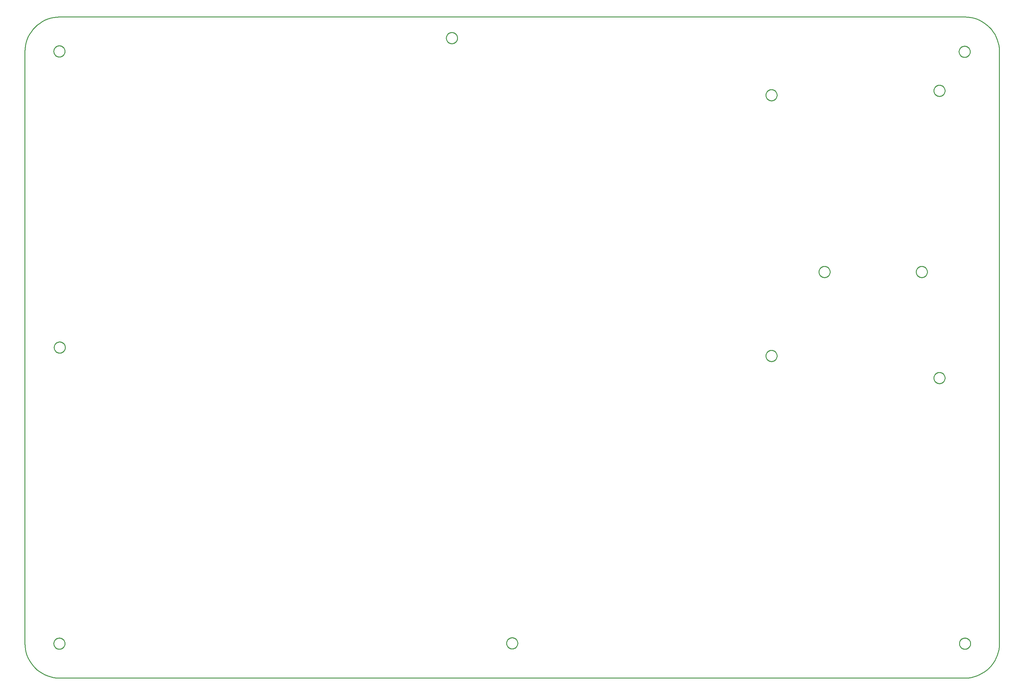
<source format=gbr>
G04 EAGLE Gerber RS-274X export*
G75*
%MOMM*%
%FSLAX34Y34*%
%LPD*%
%IN*%
%IPPOS*%
%AMOC8*
5,1,8,0,0,1.08239X$1,22.5*%
G01*
%ADD10C,0.254000*%


D10*
X0Y100000D02*
X381Y91284D01*
X1519Y82635D01*
X3407Y74118D01*
X6031Y65798D01*
X9369Y57738D01*
X13397Y50000D01*
X18085Y42642D01*
X23396Y35721D01*
X29289Y29289D01*
X35721Y23396D01*
X42642Y18085D01*
X50000Y13397D01*
X57738Y9369D01*
X65798Y6031D01*
X74118Y3407D01*
X82635Y1519D01*
X91284Y381D01*
X100000Y0D01*
X2700000Y0D01*
X2708716Y381D01*
X2717365Y1519D01*
X2725882Y3407D01*
X2734202Y6031D01*
X2742262Y9369D01*
X2750000Y13397D01*
X2757358Y18085D01*
X2764279Y23396D01*
X2770711Y29289D01*
X2776604Y35721D01*
X2781915Y42642D01*
X2786603Y50000D01*
X2790631Y57738D01*
X2793969Y65798D01*
X2796593Y74118D01*
X2798481Y82635D01*
X2799619Y91284D01*
X2800000Y100000D01*
X2800000Y1800000D01*
X2799619Y1808716D01*
X2798481Y1817365D01*
X2796593Y1825882D01*
X2793969Y1834202D01*
X2790631Y1842262D01*
X2786603Y1850000D01*
X2781915Y1857358D01*
X2776604Y1864279D01*
X2770711Y1870711D01*
X2764279Y1876604D01*
X2757358Y1881915D01*
X2750000Y1886603D01*
X2742262Y1890631D01*
X2734202Y1893969D01*
X2725882Y1896593D01*
X2717365Y1898481D01*
X2708716Y1899619D01*
X2700000Y1900000D01*
X100000Y1900000D01*
X91284Y1899619D01*
X82635Y1898481D01*
X74118Y1896593D01*
X65798Y1893969D01*
X57738Y1890631D01*
X50000Y1886603D01*
X42642Y1881915D01*
X35721Y1876604D01*
X29289Y1870711D01*
X23396Y1864279D01*
X18085Y1857358D01*
X13397Y1850000D01*
X9369Y1842262D01*
X6031Y1834202D01*
X3407Y1825882D01*
X1519Y1817365D01*
X381Y1808716D01*
X0Y1800000D01*
X0Y100000D01*
X114995Y1800481D02*
X114927Y1799436D01*
X114790Y1798397D01*
X114585Y1797370D01*
X114314Y1796358D01*
X113978Y1795366D01*
X113577Y1794398D01*
X113113Y1793459D01*
X112590Y1792551D01*
X112008Y1791680D01*
X111370Y1790849D01*
X110679Y1790062D01*
X109938Y1789321D01*
X109151Y1788630D01*
X108320Y1787993D01*
X107449Y1787411D01*
X106541Y1786887D01*
X105602Y1786423D01*
X104634Y1786022D01*
X103642Y1785686D01*
X102630Y1785415D01*
X101603Y1785210D01*
X100564Y1785074D01*
X99519Y1785005D01*
X98471Y1785005D01*
X97426Y1785074D01*
X96387Y1785210D01*
X95360Y1785415D01*
X94348Y1785686D01*
X93356Y1786022D01*
X92388Y1786423D01*
X91449Y1786887D01*
X90541Y1787411D01*
X89670Y1787993D01*
X88839Y1788630D01*
X88052Y1789321D01*
X87311Y1790062D01*
X86620Y1790849D01*
X85983Y1791680D01*
X85401Y1792551D01*
X84877Y1793459D01*
X84413Y1794398D01*
X84012Y1795366D01*
X83676Y1796358D01*
X83405Y1797370D01*
X83200Y1798397D01*
X83064Y1799436D01*
X82995Y1800481D01*
X82995Y1801529D01*
X83064Y1802574D01*
X83200Y1803613D01*
X83405Y1804640D01*
X83676Y1805652D01*
X84012Y1806644D01*
X84413Y1807612D01*
X84877Y1808551D01*
X85401Y1809459D01*
X85983Y1810330D01*
X86620Y1811161D01*
X87311Y1811948D01*
X88052Y1812689D01*
X88839Y1813380D01*
X89670Y1814018D01*
X90541Y1814600D01*
X91449Y1815123D01*
X92388Y1815587D01*
X93356Y1815988D01*
X94348Y1816324D01*
X95360Y1816595D01*
X96387Y1816800D01*
X97426Y1816937D01*
X98471Y1817005D01*
X99519Y1817005D01*
X100564Y1816937D01*
X101603Y1816800D01*
X102630Y1816595D01*
X103642Y1816324D01*
X104634Y1815988D01*
X105602Y1815587D01*
X106541Y1815123D01*
X107449Y1814600D01*
X108320Y1814018D01*
X109151Y1813380D01*
X109938Y1812689D01*
X110679Y1811948D01*
X111370Y1811161D01*
X112008Y1810330D01*
X112590Y1809459D01*
X113113Y1808551D01*
X113577Y1807612D01*
X113978Y1806644D01*
X114314Y1805652D01*
X114585Y1804640D01*
X114790Y1803613D01*
X114927Y1802574D01*
X114995Y1801529D01*
X114995Y1800481D01*
X114995Y98471D02*
X114927Y97426D01*
X114790Y96387D01*
X114585Y95360D01*
X114314Y94348D01*
X113978Y93356D01*
X113577Y92388D01*
X113113Y91449D01*
X112590Y90541D01*
X112008Y89670D01*
X111370Y88839D01*
X110679Y88052D01*
X109938Y87311D01*
X109151Y86620D01*
X108320Y85983D01*
X107449Y85401D01*
X106541Y84877D01*
X105602Y84413D01*
X104634Y84012D01*
X103642Y83676D01*
X102630Y83405D01*
X101603Y83200D01*
X100564Y83064D01*
X99519Y82995D01*
X98471Y82995D01*
X97426Y83064D01*
X96387Y83200D01*
X95360Y83405D01*
X94348Y83676D01*
X93356Y84012D01*
X92388Y84413D01*
X91449Y84877D01*
X90541Y85401D01*
X89670Y85983D01*
X88839Y86620D01*
X88052Y87311D01*
X87311Y88052D01*
X86620Y88839D01*
X85983Y89670D01*
X85401Y90541D01*
X84877Y91449D01*
X84413Y92388D01*
X84012Y93356D01*
X83676Y94348D01*
X83405Y95360D01*
X83200Y96387D01*
X83064Y97426D01*
X82995Y98471D01*
X82995Y99519D01*
X83064Y100564D01*
X83200Y101603D01*
X83405Y102630D01*
X83676Y103642D01*
X84012Y104634D01*
X84413Y105602D01*
X84877Y106541D01*
X85401Y107449D01*
X85983Y108320D01*
X86620Y109151D01*
X87311Y109938D01*
X88052Y110679D01*
X88839Y111370D01*
X89670Y112008D01*
X90541Y112590D01*
X91449Y113113D01*
X92388Y113577D01*
X93356Y113978D01*
X94348Y114314D01*
X95360Y114585D01*
X96387Y114790D01*
X97426Y114927D01*
X98471Y114995D01*
X99519Y114995D01*
X100564Y114927D01*
X101603Y114790D01*
X102630Y114585D01*
X103642Y114314D01*
X104634Y113978D01*
X105602Y113577D01*
X106541Y113113D01*
X107449Y112590D01*
X108320Y112008D01*
X109151Y111370D01*
X109938Y110679D01*
X110679Y109938D01*
X111370Y109151D01*
X112008Y108320D01*
X112590Y107449D01*
X113113Y106541D01*
X113577Y105602D01*
X113978Y104634D01*
X114314Y103642D01*
X114585Y102630D01*
X114790Y101603D01*
X114927Y100564D01*
X114995Y99519D01*
X114995Y98471D01*
X2716000Y1799476D02*
X2715932Y1798431D01*
X2715795Y1797392D01*
X2715590Y1796365D01*
X2715319Y1795353D01*
X2714983Y1794361D01*
X2714582Y1793393D01*
X2714118Y1792454D01*
X2713595Y1791546D01*
X2713013Y1790675D01*
X2712375Y1789844D01*
X2711684Y1789057D01*
X2710943Y1788316D01*
X2710156Y1787625D01*
X2709325Y1786988D01*
X2708454Y1786406D01*
X2707546Y1785882D01*
X2706607Y1785418D01*
X2705639Y1785017D01*
X2704647Y1784681D01*
X2703635Y1784410D01*
X2702608Y1784205D01*
X2701569Y1784069D01*
X2700524Y1784000D01*
X2699476Y1784000D01*
X2698431Y1784069D01*
X2697392Y1784205D01*
X2696365Y1784410D01*
X2695353Y1784681D01*
X2694361Y1785017D01*
X2693393Y1785418D01*
X2692454Y1785882D01*
X2691546Y1786406D01*
X2690675Y1786988D01*
X2689844Y1787625D01*
X2689057Y1788316D01*
X2688316Y1789057D01*
X2687625Y1789844D01*
X2686988Y1790675D01*
X2686406Y1791546D01*
X2685882Y1792454D01*
X2685418Y1793393D01*
X2685017Y1794361D01*
X2684681Y1795353D01*
X2684410Y1796365D01*
X2684205Y1797392D01*
X2684069Y1798431D01*
X2684000Y1799476D01*
X2684000Y1800524D01*
X2684069Y1801569D01*
X2684205Y1802608D01*
X2684410Y1803635D01*
X2684681Y1804647D01*
X2685017Y1805639D01*
X2685418Y1806607D01*
X2685882Y1807546D01*
X2686406Y1808454D01*
X2686988Y1809325D01*
X2687625Y1810156D01*
X2688316Y1810943D01*
X2689057Y1811684D01*
X2689844Y1812375D01*
X2690675Y1813013D01*
X2691546Y1813595D01*
X2692454Y1814118D01*
X2693393Y1814582D01*
X2694361Y1814983D01*
X2695353Y1815319D01*
X2696365Y1815590D01*
X2697392Y1815795D01*
X2698431Y1815932D01*
X2699476Y1816000D01*
X2700524Y1816000D01*
X2701569Y1815932D01*
X2702608Y1815795D01*
X2703635Y1815590D01*
X2704647Y1815319D01*
X2705639Y1814983D01*
X2706607Y1814582D01*
X2707546Y1814118D01*
X2708454Y1813595D01*
X2709325Y1813013D01*
X2710156Y1812375D01*
X2710943Y1811684D01*
X2711684Y1810943D01*
X2712375Y1810156D01*
X2713013Y1809325D01*
X2713595Y1808454D01*
X2714118Y1807546D01*
X2714582Y1806607D01*
X2714983Y1805639D01*
X2715319Y1804647D01*
X2715590Y1803635D01*
X2715795Y1802608D01*
X2715932Y1801569D01*
X2716000Y1800524D01*
X2716000Y1799476D01*
X2717005Y98471D02*
X2716937Y97426D01*
X2716800Y96387D01*
X2716595Y95360D01*
X2716324Y94348D01*
X2715988Y93356D01*
X2715587Y92388D01*
X2715123Y91449D01*
X2714600Y90541D01*
X2714018Y89670D01*
X2713380Y88839D01*
X2712689Y88052D01*
X2711948Y87311D01*
X2711161Y86620D01*
X2710330Y85983D01*
X2709459Y85401D01*
X2708551Y84877D01*
X2707612Y84413D01*
X2706644Y84012D01*
X2705652Y83676D01*
X2704640Y83405D01*
X2703613Y83200D01*
X2702574Y83064D01*
X2701529Y82995D01*
X2700481Y82995D01*
X2699436Y83064D01*
X2698397Y83200D01*
X2697370Y83405D01*
X2696358Y83676D01*
X2695366Y84012D01*
X2694398Y84413D01*
X2693459Y84877D01*
X2692551Y85401D01*
X2691680Y85983D01*
X2690849Y86620D01*
X2690062Y87311D01*
X2689321Y88052D01*
X2688630Y88839D01*
X2687993Y89670D01*
X2687411Y90541D01*
X2686887Y91449D01*
X2686423Y92388D01*
X2686022Y93356D01*
X2685686Y94348D01*
X2685415Y95360D01*
X2685210Y96387D01*
X2685074Y97426D01*
X2685005Y98471D01*
X2685005Y99519D01*
X2685074Y100564D01*
X2685210Y101603D01*
X2685415Y102630D01*
X2685686Y103642D01*
X2686022Y104634D01*
X2686423Y105602D01*
X2686887Y106541D01*
X2687411Y107449D01*
X2687993Y108320D01*
X2688630Y109151D01*
X2689321Y109938D01*
X2690062Y110679D01*
X2690849Y111370D01*
X2691680Y112008D01*
X2692551Y112590D01*
X2693459Y113113D01*
X2694398Y113577D01*
X2695366Y113978D01*
X2696358Y114314D01*
X2697370Y114585D01*
X2698397Y114790D01*
X2699436Y114927D01*
X2700481Y114995D01*
X2701529Y114995D01*
X2702574Y114927D01*
X2703613Y114790D01*
X2704640Y114585D01*
X2705652Y114314D01*
X2706644Y113978D01*
X2707612Y113577D01*
X2708551Y113113D01*
X2709459Y112590D01*
X2710330Y112008D01*
X2711161Y111370D01*
X2711948Y110679D01*
X2712689Y109938D01*
X2713380Y109151D01*
X2714018Y108320D01*
X2714600Y107449D01*
X2715123Y106541D01*
X2715587Y105602D01*
X2715988Y104634D01*
X2716324Y103642D01*
X2716595Y102630D01*
X2716800Y101603D01*
X2716937Y100564D01*
X2717005Y99519D01*
X2717005Y98471D01*
X1242840Y1838630D02*
X1242772Y1837585D01*
X1242635Y1836546D01*
X1242430Y1835519D01*
X1242159Y1834507D01*
X1241823Y1833515D01*
X1241422Y1832547D01*
X1240958Y1831608D01*
X1240435Y1830700D01*
X1239853Y1829829D01*
X1239215Y1828998D01*
X1238524Y1828211D01*
X1237783Y1827470D01*
X1236996Y1826779D01*
X1236165Y1826142D01*
X1235294Y1825560D01*
X1234386Y1825036D01*
X1233447Y1824572D01*
X1232479Y1824171D01*
X1231487Y1823835D01*
X1230475Y1823564D01*
X1229448Y1823359D01*
X1228409Y1823223D01*
X1227364Y1823154D01*
X1226316Y1823154D01*
X1225271Y1823223D01*
X1224232Y1823359D01*
X1223205Y1823564D01*
X1222193Y1823835D01*
X1221201Y1824171D01*
X1220233Y1824572D01*
X1219294Y1825036D01*
X1218386Y1825560D01*
X1217515Y1826142D01*
X1216684Y1826779D01*
X1215897Y1827470D01*
X1215156Y1828211D01*
X1214465Y1828998D01*
X1213828Y1829829D01*
X1213246Y1830700D01*
X1212722Y1831608D01*
X1212258Y1832547D01*
X1211857Y1833515D01*
X1211521Y1834507D01*
X1211250Y1835519D01*
X1211045Y1836546D01*
X1210909Y1837585D01*
X1210840Y1838630D01*
X1210840Y1839678D01*
X1210909Y1840723D01*
X1211045Y1841762D01*
X1211250Y1842789D01*
X1211521Y1843801D01*
X1211857Y1844793D01*
X1212258Y1845761D01*
X1212722Y1846700D01*
X1213246Y1847608D01*
X1213828Y1848479D01*
X1214465Y1849310D01*
X1215156Y1850097D01*
X1215897Y1850838D01*
X1216684Y1851529D01*
X1217515Y1852167D01*
X1218386Y1852749D01*
X1219294Y1853272D01*
X1220233Y1853736D01*
X1221201Y1854137D01*
X1222193Y1854473D01*
X1223205Y1854744D01*
X1224232Y1854949D01*
X1225271Y1855086D01*
X1226316Y1855154D01*
X1227364Y1855154D01*
X1228409Y1855086D01*
X1229448Y1854949D01*
X1230475Y1854744D01*
X1231487Y1854473D01*
X1232479Y1854137D01*
X1233447Y1853736D01*
X1234386Y1853272D01*
X1235294Y1852749D01*
X1236165Y1852167D01*
X1236996Y1851529D01*
X1237783Y1850838D01*
X1238524Y1850097D01*
X1239215Y1849310D01*
X1239853Y1848479D01*
X1240435Y1847608D01*
X1240958Y1846700D01*
X1241422Y1845761D01*
X1241823Y1844793D01*
X1242159Y1843801D01*
X1242430Y1842789D01*
X1242635Y1841762D01*
X1242772Y1840723D01*
X1242840Y1839678D01*
X1242840Y1838630D01*
X1415951Y99476D02*
X1415883Y98431D01*
X1415746Y97392D01*
X1415541Y96365D01*
X1415270Y95353D01*
X1414934Y94361D01*
X1414533Y93393D01*
X1414069Y92454D01*
X1413546Y91546D01*
X1412964Y90675D01*
X1412326Y89844D01*
X1411635Y89057D01*
X1410894Y88316D01*
X1410107Y87625D01*
X1409276Y86988D01*
X1408405Y86406D01*
X1407497Y85882D01*
X1406558Y85418D01*
X1405590Y85017D01*
X1404598Y84681D01*
X1403586Y84410D01*
X1402559Y84205D01*
X1401520Y84069D01*
X1400475Y84000D01*
X1399427Y84000D01*
X1398382Y84069D01*
X1397343Y84205D01*
X1396316Y84410D01*
X1395304Y84681D01*
X1394312Y85017D01*
X1393344Y85418D01*
X1392405Y85882D01*
X1391497Y86406D01*
X1390626Y86988D01*
X1389795Y87625D01*
X1389008Y88316D01*
X1388267Y89057D01*
X1387576Y89844D01*
X1386939Y90675D01*
X1386357Y91546D01*
X1385833Y92454D01*
X1385369Y93393D01*
X1384968Y94361D01*
X1384632Y95353D01*
X1384361Y96365D01*
X1384156Y97392D01*
X1384020Y98431D01*
X1383951Y99476D01*
X1383951Y100524D01*
X1384020Y101569D01*
X1384156Y102608D01*
X1384361Y103635D01*
X1384632Y104647D01*
X1384968Y105639D01*
X1385369Y106607D01*
X1385833Y107546D01*
X1386357Y108454D01*
X1386939Y109325D01*
X1387576Y110156D01*
X1388267Y110943D01*
X1389008Y111684D01*
X1389795Y112375D01*
X1390626Y113013D01*
X1391497Y113595D01*
X1392405Y114118D01*
X1393344Y114582D01*
X1394312Y114983D01*
X1395304Y115319D01*
X1396316Y115590D01*
X1397343Y115795D01*
X1398382Y115932D01*
X1399427Y116000D01*
X1400475Y116000D01*
X1401520Y115932D01*
X1402559Y115795D01*
X1403586Y115590D01*
X1404598Y115319D01*
X1405590Y114983D01*
X1406558Y114582D01*
X1407497Y114118D01*
X1408405Y113595D01*
X1409276Y113013D01*
X1410107Y112375D01*
X1410894Y111684D01*
X1411635Y110943D01*
X1412326Y110156D01*
X1412964Y109325D01*
X1413546Y108454D01*
X1414069Y107546D01*
X1414533Y106607D01*
X1414934Y105639D01*
X1415270Y104647D01*
X1415541Y103635D01*
X1415746Y102608D01*
X1415883Y101569D01*
X1415951Y100524D01*
X1415951Y99476D01*
X116000Y949506D02*
X115932Y948461D01*
X115795Y947422D01*
X115590Y946395D01*
X115319Y945383D01*
X114983Y944391D01*
X114582Y943423D01*
X114118Y942484D01*
X113595Y941576D01*
X113013Y940705D01*
X112375Y939874D01*
X111684Y939087D01*
X110943Y938346D01*
X110156Y937655D01*
X109325Y937018D01*
X108454Y936436D01*
X107546Y935912D01*
X106607Y935448D01*
X105639Y935047D01*
X104647Y934711D01*
X103635Y934440D01*
X102608Y934235D01*
X101569Y934099D01*
X100524Y934030D01*
X99476Y934030D01*
X98431Y934099D01*
X97392Y934235D01*
X96365Y934440D01*
X95353Y934711D01*
X94361Y935047D01*
X93393Y935448D01*
X92454Y935912D01*
X91546Y936436D01*
X90675Y937018D01*
X89844Y937655D01*
X89057Y938346D01*
X88316Y939087D01*
X87625Y939874D01*
X86988Y940705D01*
X86406Y941576D01*
X85882Y942484D01*
X85418Y943423D01*
X85017Y944391D01*
X84681Y945383D01*
X84410Y946395D01*
X84205Y947422D01*
X84069Y948461D01*
X84000Y949506D01*
X84000Y950554D01*
X84069Y951599D01*
X84205Y952638D01*
X84410Y953665D01*
X84681Y954677D01*
X85017Y955669D01*
X85418Y956637D01*
X85882Y957576D01*
X86406Y958484D01*
X86988Y959355D01*
X87625Y960186D01*
X88316Y960973D01*
X89057Y961714D01*
X89844Y962405D01*
X90675Y963043D01*
X91546Y963625D01*
X92454Y964148D01*
X93393Y964612D01*
X94361Y965013D01*
X95353Y965349D01*
X96365Y965620D01*
X97392Y965825D01*
X98431Y965962D01*
X99476Y966030D01*
X100524Y966030D01*
X101569Y965962D01*
X102608Y965825D01*
X103635Y965620D01*
X104647Y965349D01*
X105639Y965013D01*
X106607Y964612D01*
X107546Y964148D01*
X108454Y963625D01*
X109325Y963043D01*
X110156Y962405D01*
X110943Y961714D01*
X111684Y960973D01*
X112375Y960186D01*
X113013Y959355D01*
X113595Y958484D01*
X114118Y957576D01*
X114582Y956637D01*
X114983Y955669D01*
X115319Y954677D01*
X115590Y953665D01*
X115795Y952638D01*
X115932Y951599D01*
X116000Y950554D01*
X116000Y949506D01*
X2611630Y1687306D02*
X2611699Y1686261D01*
X2611835Y1685222D01*
X2612040Y1684195D01*
X2612311Y1683183D01*
X2612647Y1682191D01*
X2613048Y1681223D01*
X2613512Y1680284D01*
X2614036Y1679376D01*
X2614618Y1678505D01*
X2615255Y1677674D01*
X2615946Y1676887D01*
X2616687Y1676146D01*
X2617474Y1675455D01*
X2618305Y1674818D01*
X2619176Y1674236D01*
X2620084Y1673712D01*
X2621023Y1673248D01*
X2621991Y1672847D01*
X2622983Y1672511D01*
X2623995Y1672240D01*
X2625022Y1672035D01*
X2626061Y1671899D01*
X2627106Y1671830D01*
X2628154Y1671830D01*
X2629199Y1671899D01*
X2630238Y1672035D01*
X2631265Y1672240D01*
X2632277Y1672511D01*
X2633269Y1672847D01*
X2634237Y1673248D01*
X2635176Y1673712D01*
X2636084Y1674236D01*
X2636955Y1674818D01*
X2637786Y1675455D01*
X2638573Y1676146D01*
X2639314Y1676887D01*
X2640005Y1677674D01*
X2640643Y1678505D01*
X2641225Y1679376D01*
X2641748Y1680284D01*
X2642212Y1681223D01*
X2642613Y1682191D01*
X2642949Y1683183D01*
X2643220Y1684195D01*
X2643425Y1685222D01*
X2643562Y1686261D01*
X2643630Y1687306D01*
X2643630Y1688354D01*
X2643562Y1689399D01*
X2643425Y1690438D01*
X2643220Y1691465D01*
X2642949Y1692477D01*
X2642613Y1693469D01*
X2642212Y1694437D01*
X2641748Y1695376D01*
X2641225Y1696284D01*
X2640643Y1697155D01*
X2640005Y1697986D01*
X2639314Y1698773D01*
X2638573Y1699514D01*
X2637786Y1700205D01*
X2636955Y1700843D01*
X2636084Y1701425D01*
X2635176Y1701948D01*
X2634237Y1702412D01*
X2633269Y1702813D01*
X2632277Y1703149D01*
X2631265Y1703420D01*
X2630238Y1703625D01*
X2629199Y1703762D01*
X2628154Y1703830D01*
X2627106Y1703830D01*
X2626061Y1703762D01*
X2625022Y1703625D01*
X2623995Y1703420D01*
X2622983Y1703149D01*
X2621991Y1702813D01*
X2621023Y1702412D01*
X2620084Y1701948D01*
X2619176Y1701425D01*
X2618305Y1700843D01*
X2617474Y1700205D01*
X2616687Y1699514D01*
X2615946Y1698773D01*
X2615255Y1697986D01*
X2614618Y1697155D01*
X2614036Y1696284D01*
X2613512Y1695376D01*
X2613048Y1694437D01*
X2612647Y1693469D01*
X2612311Y1692477D01*
X2612040Y1691465D01*
X2611835Y1690438D01*
X2611699Y1689399D01*
X2611630Y1688354D01*
X2611630Y1687306D01*
X2560830Y1166606D02*
X2560899Y1165561D01*
X2561035Y1164522D01*
X2561240Y1163495D01*
X2561511Y1162483D01*
X2561847Y1161491D01*
X2562248Y1160523D01*
X2562712Y1159584D01*
X2563236Y1158676D01*
X2563818Y1157805D01*
X2564455Y1156974D01*
X2565146Y1156187D01*
X2565887Y1155446D01*
X2566674Y1154755D01*
X2567505Y1154118D01*
X2568376Y1153536D01*
X2569284Y1153012D01*
X2570223Y1152548D01*
X2571191Y1152147D01*
X2572183Y1151811D01*
X2573195Y1151540D01*
X2574222Y1151335D01*
X2575261Y1151199D01*
X2576306Y1151130D01*
X2577354Y1151130D01*
X2578399Y1151199D01*
X2579438Y1151335D01*
X2580465Y1151540D01*
X2581477Y1151811D01*
X2582469Y1152147D01*
X2583437Y1152548D01*
X2584376Y1153012D01*
X2585284Y1153536D01*
X2586155Y1154118D01*
X2586986Y1154755D01*
X2587773Y1155446D01*
X2588514Y1156187D01*
X2589205Y1156974D01*
X2589843Y1157805D01*
X2590425Y1158676D01*
X2590948Y1159584D01*
X2591412Y1160523D01*
X2591813Y1161491D01*
X2592149Y1162483D01*
X2592420Y1163495D01*
X2592625Y1164522D01*
X2592762Y1165561D01*
X2592830Y1166606D01*
X2592830Y1167654D01*
X2592762Y1168699D01*
X2592625Y1169738D01*
X2592420Y1170765D01*
X2592149Y1171777D01*
X2591813Y1172769D01*
X2591412Y1173737D01*
X2590948Y1174676D01*
X2590425Y1175584D01*
X2589843Y1176455D01*
X2589205Y1177286D01*
X2588514Y1178073D01*
X2587773Y1178814D01*
X2586986Y1179505D01*
X2586155Y1180143D01*
X2585284Y1180725D01*
X2584376Y1181248D01*
X2583437Y1181712D01*
X2582469Y1182113D01*
X2581477Y1182449D01*
X2580465Y1182720D01*
X2579438Y1182925D01*
X2578399Y1183062D01*
X2577354Y1183130D01*
X2576306Y1183130D01*
X2575261Y1183062D01*
X2574222Y1182925D01*
X2573195Y1182720D01*
X2572183Y1182449D01*
X2571191Y1182113D01*
X2570223Y1181712D01*
X2569284Y1181248D01*
X2568376Y1180725D01*
X2567505Y1180143D01*
X2566674Y1179505D01*
X2565887Y1178814D01*
X2565146Y1178073D01*
X2564455Y1177286D01*
X2563818Y1176455D01*
X2563236Y1175584D01*
X2562712Y1174676D01*
X2562248Y1173737D01*
X2561847Y1172769D01*
X2561511Y1171777D01*
X2561240Y1170765D01*
X2561035Y1169738D01*
X2560899Y1168699D01*
X2560830Y1167654D01*
X2560830Y1166606D01*
X2281430Y1166606D02*
X2281499Y1165561D01*
X2281635Y1164522D01*
X2281840Y1163495D01*
X2282111Y1162483D01*
X2282447Y1161491D01*
X2282848Y1160523D01*
X2283312Y1159584D01*
X2283836Y1158676D01*
X2284418Y1157805D01*
X2285055Y1156974D01*
X2285746Y1156187D01*
X2286487Y1155446D01*
X2287274Y1154755D01*
X2288105Y1154118D01*
X2288976Y1153536D01*
X2289884Y1153012D01*
X2290823Y1152548D01*
X2291791Y1152147D01*
X2292783Y1151811D01*
X2293795Y1151540D01*
X2294822Y1151335D01*
X2295861Y1151199D01*
X2296906Y1151130D01*
X2297954Y1151130D01*
X2298999Y1151199D01*
X2300038Y1151335D01*
X2301065Y1151540D01*
X2302077Y1151811D01*
X2303069Y1152147D01*
X2304037Y1152548D01*
X2304976Y1153012D01*
X2305884Y1153536D01*
X2306755Y1154118D01*
X2307586Y1154755D01*
X2308373Y1155446D01*
X2309114Y1156187D01*
X2309805Y1156974D01*
X2310443Y1157805D01*
X2311025Y1158676D01*
X2311548Y1159584D01*
X2312012Y1160523D01*
X2312413Y1161491D01*
X2312749Y1162483D01*
X2313020Y1163495D01*
X2313225Y1164522D01*
X2313362Y1165561D01*
X2313430Y1166606D01*
X2313430Y1167654D01*
X2313362Y1168699D01*
X2313225Y1169738D01*
X2313020Y1170765D01*
X2312749Y1171777D01*
X2312413Y1172769D01*
X2312012Y1173737D01*
X2311548Y1174676D01*
X2311025Y1175584D01*
X2310443Y1176455D01*
X2309805Y1177286D01*
X2309114Y1178073D01*
X2308373Y1178814D01*
X2307586Y1179505D01*
X2306755Y1180143D01*
X2305884Y1180725D01*
X2304976Y1181248D01*
X2304037Y1181712D01*
X2303069Y1182113D01*
X2302077Y1182449D01*
X2301065Y1182720D01*
X2300038Y1182925D01*
X2298999Y1183062D01*
X2297954Y1183130D01*
X2296906Y1183130D01*
X2295861Y1183062D01*
X2294822Y1182925D01*
X2293795Y1182720D01*
X2292783Y1182449D01*
X2291791Y1182113D01*
X2290823Y1181712D01*
X2289884Y1181248D01*
X2288976Y1180725D01*
X2288105Y1180143D01*
X2287274Y1179505D01*
X2286487Y1178814D01*
X2285746Y1178073D01*
X2285055Y1177286D01*
X2284418Y1176455D01*
X2283836Y1175584D01*
X2283312Y1174676D01*
X2282848Y1173737D01*
X2282447Y1172769D01*
X2282111Y1171777D01*
X2281840Y1170765D01*
X2281635Y1169738D01*
X2281499Y1168699D01*
X2281430Y1167654D01*
X2281430Y1166606D01*
X2129030Y1674606D02*
X2129099Y1673561D01*
X2129235Y1672522D01*
X2129440Y1671495D01*
X2129711Y1670483D01*
X2130047Y1669491D01*
X2130448Y1668523D01*
X2130912Y1667584D01*
X2131436Y1666676D01*
X2132018Y1665805D01*
X2132655Y1664974D01*
X2133346Y1664187D01*
X2134087Y1663446D01*
X2134874Y1662755D01*
X2135705Y1662118D01*
X2136576Y1661536D01*
X2137484Y1661012D01*
X2138423Y1660548D01*
X2139391Y1660147D01*
X2140383Y1659811D01*
X2141395Y1659540D01*
X2142422Y1659335D01*
X2143461Y1659199D01*
X2144506Y1659130D01*
X2145554Y1659130D01*
X2146599Y1659199D01*
X2147638Y1659335D01*
X2148665Y1659540D01*
X2149677Y1659811D01*
X2150669Y1660147D01*
X2151637Y1660548D01*
X2152576Y1661012D01*
X2153484Y1661536D01*
X2154355Y1662118D01*
X2155186Y1662755D01*
X2155973Y1663446D01*
X2156714Y1664187D01*
X2157405Y1664974D01*
X2158043Y1665805D01*
X2158625Y1666676D01*
X2159148Y1667584D01*
X2159612Y1668523D01*
X2160013Y1669491D01*
X2160349Y1670483D01*
X2160620Y1671495D01*
X2160825Y1672522D01*
X2160962Y1673561D01*
X2161030Y1674606D01*
X2161030Y1675654D01*
X2160962Y1676699D01*
X2160825Y1677738D01*
X2160620Y1678765D01*
X2160349Y1679777D01*
X2160013Y1680769D01*
X2159612Y1681737D01*
X2159148Y1682676D01*
X2158625Y1683584D01*
X2158043Y1684455D01*
X2157405Y1685286D01*
X2156714Y1686073D01*
X2155973Y1686814D01*
X2155186Y1687505D01*
X2154355Y1688143D01*
X2153484Y1688725D01*
X2152576Y1689248D01*
X2151637Y1689712D01*
X2150669Y1690113D01*
X2149677Y1690449D01*
X2148665Y1690720D01*
X2147638Y1690925D01*
X2146599Y1691062D01*
X2145554Y1691130D01*
X2144506Y1691130D01*
X2143461Y1691062D01*
X2142422Y1690925D01*
X2141395Y1690720D01*
X2140383Y1690449D01*
X2139391Y1690113D01*
X2138423Y1689712D01*
X2137484Y1689248D01*
X2136576Y1688725D01*
X2135705Y1688143D01*
X2134874Y1687505D01*
X2134087Y1686814D01*
X2133346Y1686073D01*
X2132655Y1685286D01*
X2132018Y1684455D01*
X2131436Y1683584D01*
X2130912Y1682676D01*
X2130448Y1681737D01*
X2130047Y1680769D01*
X2129711Y1679777D01*
X2129440Y1678765D01*
X2129235Y1677738D01*
X2129099Y1676699D01*
X2129030Y1675654D01*
X2129030Y1674606D01*
X2611630Y861806D02*
X2611699Y860761D01*
X2611835Y859722D01*
X2612040Y858695D01*
X2612311Y857683D01*
X2612647Y856691D01*
X2613048Y855723D01*
X2613512Y854784D01*
X2614036Y853876D01*
X2614618Y853005D01*
X2615255Y852174D01*
X2615946Y851387D01*
X2616687Y850646D01*
X2617474Y849955D01*
X2618305Y849318D01*
X2619176Y848736D01*
X2620084Y848212D01*
X2621023Y847748D01*
X2621991Y847347D01*
X2622983Y847011D01*
X2623995Y846740D01*
X2625022Y846535D01*
X2626061Y846399D01*
X2627106Y846330D01*
X2628154Y846330D01*
X2629199Y846399D01*
X2630238Y846535D01*
X2631265Y846740D01*
X2632277Y847011D01*
X2633269Y847347D01*
X2634237Y847748D01*
X2635176Y848212D01*
X2636084Y848736D01*
X2636955Y849318D01*
X2637786Y849955D01*
X2638573Y850646D01*
X2639314Y851387D01*
X2640005Y852174D01*
X2640643Y853005D01*
X2641225Y853876D01*
X2641748Y854784D01*
X2642212Y855723D01*
X2642613Y856691D01*
X2642949Y857683D01*
X2643220Y858695D01*
X2643425Y859722D01*
X2643562Y860761D01*
X2643630Y861806D01*
X2643630Y862854D01*
X2643562Y863899D01*
X2643425Y864938D01*
X2643220Y865965D01*
X2642949Y866977D01*
X2642613Y867969D01*
X2642212Y868937D01*
X2641748Y869876D01*
X2641225Y870784D01*
X2640643Y871655D01*
X2640005Y872486D01*
X2639314Y873273D01*
X2638573Y874014D01*
X2637786Y874705D01*
X2636955Y875343D01*
X2636084Y875925D01*
X2635176Y876448D01*
X2634237Y876912D01*
X2633269Y877313D01*
X2632277Y877649D01*
X2631265Y877920D01*
X2630238Y878125D01*
X2629199Y878262D01*
X2628154Y878330D01*
X2627106Y878330D01*
X2626061Y878262D01*
X2625022Y878125D01*
X2623995Y877920D01*
X2622983Y877649D01*
X2621991Y877313D01*
X2621023Y876912D01*
X2620084Y876448D01*
X2619176Y875925D01*
X2618305Y875343D01*
X2617474Y874705D01*
X2616687Y874014D01*
X2615946Y873273D01*
X2615255Y872486D01*
X2614618Y871655D01*
X2614036Y870784D01*
X2613512Y869876D01*
X2613048Y868937D01*
X2612647Y867969D01*
X2612311Y866977D01*
X2612040Y865965D01*
X2611835Y864938D01*
X2611699Y863899D01*
X2611630Y862854D01*
X2611630Y861806D01*
X2129030Y925306D02*
X2129099Y924261D01*
X2129235Y923222D01*
X2129440Y922195D01*
X2129711Y921183D01*
X2130047Y920191D01*
X2130448Y919223D01*
X2130912Y918284D01*
X2131436Y917376D01*
X2132018Y916505D01*
X2132655Y915674D01*
X2133346Y914887D01*
X2134087Y914146D01*
X2134874Y913455D01*
X2135705Y912818D01*
X2136576Y912236D01*
X2137484Y911712D01*
X2138423Y911248D01*
X2139391Y910847D01*
X2140383Y910511D01*
X2141395Y910240D01*
X2142422Y910035D01*
X2143461Y909899D01*
X2144506Y909830D01*
X2145554Y909830D01*
X2146599Y909899D01*
X2147638Y910035D01*
X2148665Y910240D01*
X2149677Y910511D01*
X2150669Y910847D01*
X2151637Y911248D01*
X2152576Y911712D01*
X2153484Y912236D01*
X2154355Y912818D01*
X2155186Y913455D01*
X2155973Y914146D01*
X2156714Y914887D01*
X2157405Y915674D01*
X2158043Y916505D01*
X2158625Y917376D01*
X2159148Y918284D01*
X2159612Y919223D01*
X2160013Y920191D01*
X2160349Y921183D01*
X2160620Y922195D01*
X2160825Y923222D01*
X2160962Y924261D01*
X2161030Y925306D01*
X2161030Y926354D01*
X2160962Y927399D01*
X2160825Y928438D01*
X2160620Y929465D01*
X2160349Y930477D01*
X2160013Y931469D01*
X2159612Y932437D01*
X2159148Y933376D01*
X2158625Y934284D01*
X2158043Y935155D01*
X2157405Y935986D01*
X2156714Y936773D01*
X2155973Y937514D01*
X2155186Y938205D01*
X2154355Y938843D01*
X2153484Y939425D01*
X2152576Y939948D01*
X2151637Y940412D01*
X2150669Y940813D01*
X2149677Y941149D01*
X2148665Y941420D01*
X2147638Y941625D01*
X2146599Y941762D01*
X2145554Y941830D01*
X2144506Y941830D01*
X2143461Y941762D01*
X2142422Y941625D01*
X2141395Y941420D01*
X2140383Y941149D01*
X2139391Y940813D01*
X2138423Y940412D01*
X2137484Y939948D01*
X2136576Y939425D01*
X2135705Y938843D01*
X2134874Y938205D01*
X2134087Y937514D01*
X2133346Y936773D01*
X2132655Y935986D01*
X2132018Y935155D01*
X2131436Y934284D01*
X2130912Y933376D01*
X2130448Y932437D01*
X2130047Y931469D01*
X2129711Y930477D01*
X2129440Y929465D01*
X2129235Y928438D01*
X2129099Y927399D01*
X2129030Y926354D01*
X2129030Y925306D01*
M02*

</source>
